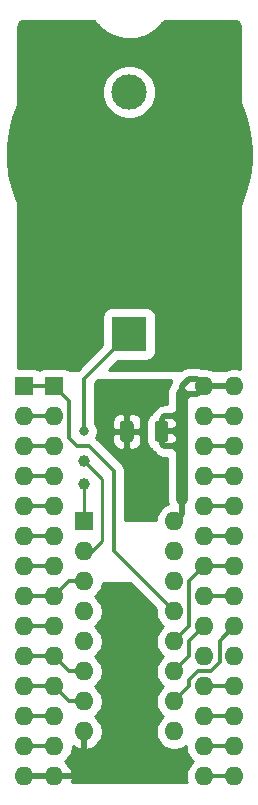
<source format=gtl>
%TF.GenerationSoftware,KiCad,Pcbnew,(5.1.9)-1*%
%TF.CreationDate,2021-05-05T16:27:44+08:00*%
%TF.ProjectId,SmartWatchRedux-E,536d6172-7457-4617-9463-685265647578,rev?*%
%TF.SameCoordinates,Original*%
%TF.FileFunction,Copper,L1,Top*%
%TF.FilePolarity,Positive*%
%FSLAX46Y46*%
G04 Gerber Fmt 4.6, Leading zero omitted, Abs format (unit mm)*
G04 Created by KiCad (PCBNEW (5.1.9)-1) date 2021-05-05 16:27:44*
%MOMM*%
%LPD*%
G01*
G04 APERTURE LIST*
%TA.AperFunction,ComponentPad*%
%ADD10R,3.000000X3.000000*%
%TD*%
%TA.AperFunction,ComponentPad*%
%ADD11C,3.000000*%
%TD*%
%TA.AperFunction,ComponentPad*%
%ADD12O,1.600000X1.600000*%
%TD*%
%TA.AperFunction,ComponentPad*%
%ADD13R,1.600000X1.600000*%
%TD*%
%TA.AperFunction,ComponentPad*%
%ADD14C,1.000000*%
%TD*%
%TA.AperFunction,ViaPad*%
%ADD15C,0.800000*%
%TD*%
%TA.AperFunction,Conductor*%
%ADD16C,0.350000*%
%TD*%
%TA.AperFunction,Conductor*%
%ADD17C,0.500000*%
%TD*%
%TA.AperFunction,Conductor*%
%ADD18C,1.000000*%
%TD*%
%TA.AperFunction,Conductor*%
%ADD19C,0.250000*%
%TD*%
%TA.AperFunction,Conductor*%
%ADD20C,0.254000*%
%TD*%
%TA.AperFunction,Conductor*%
%ADD21C,0.100000*%
%TD*%
G04 APERTURE END LIST*
%TO.P,C1,2*%
%TO.N,GND*%
%TA.AperFunction,SMDPad,CuDef*%
G36*
G01*
X117210000Y-66659999D02*
X117210000Y-67960001D01*
G75*
G02*
X116960001Y-68210000I-249999J0D01*
G01*
X116309999Y-68210000D01*
G75*
G02*
X116060000Y-67960001I0J249999D01*
G01*
X116060000Y-66659999D01*
G75*
G02*
X116309999Y-66410000I249999J0D01*
G01*
X116960001Y-66410000D01*
G75*
G02*
X117210000Y-66659999I0J-249999D01*
G01*
G37*
%TD.AperFunction*%
%TO.P,C1,1*%
%TO.N,VCC*%
%TA.AperFunction,SMDPad,CuDef*%
G36*
G01*
X120160000Y-66659999D02*
X120160000Y-67960001D01*
G75*
G02*
X119910001Y-68210000I-249999J0D01*
G01*
X119259999Y-68210000D01*
G75*
G02*
X119010000Y-67960001I0J249999D01*
G01*
X119010000Y-66659999D01*
G75*
G02*
X119259999Y-66410000I249999J0D01*
G01*
X119910001Y-66410000D01*
G75*
G02*
X120160000Y-66659999I0J-249999D01*
G01*
G37*
%TD.AperFunction*%
%TD*%
D10*
%TO.P,BAT1,1*%
%TO.N,Net-(BAT1-Pad1)*%
X116840000Y-59055000D03*
D11*
%TO.P,BAT1,2*%
%TO.N,GND*%
X116840000Y-38565000D03*
%TD*%
D12*
%TO.P,CN1,28*%
%TO.N,VCC*%
X123190000Y-63500000D03*
%TO.P,CN1,14*%
%TO.N,GND*%
X107950000Y-96520000D03*
%TO.P,CN1,27*%
%TO.N,Net-(CN1-Pad27)*%
X123190000Y-66040000D03*
%TO.P,CN1,13*%
%TO.N,Net-(CN1-Pad13)*%
X107950000Y-93980000D03*
%TO.P,CN1,26*%
%TO.N,Net-(CN1-Pad26)*%
X123190000Y-68580000D03*
%TO.P,CN1,12*%
%TO.N,Net-(CN1-Pad12)*%
X107950000Y-91440000D03*
%TO.P,CN1,25*%
%TO.N,Net-(CN1-Pad25)*%
X123190000Y-71120000D03*
%TO.P,CN1,11*%
%TO.N,Net-(CN1-Pad11)*%
X107950000Y-88900000D03*
%TO.P,CN1,24*%
%TO.N,Net-(CN1-Pad24)*%
X123190000Y-73660000D03*
%TO.P,CN1,10*%
%TO.N,Net-(CN1-Pad10)*%
X107950000Y-86360000D03*
%TO.P,CN1,23*%
%TO.N,Net-(CN1-Pad23)*%
X123190000Y-76200000D03*
%TO.P,CN1,9*%
%TO.N,Net-(CN1-Pad9)*%
X107950000Y-83820000D03*
%TO.P,CN1,22*%
%TO.N,Net-(CN1-Pad22)*%
X123190000Y-78740000D03*
%TO.P,CN1,8*%
%TO.N,Net-(CN1-Pad8)*%
X107950000Y-81280000D03*
%TO.P,CN1,21*%
%TO.N,Net-(CN1-Pad21)*%
X123190000Y-81280000D03*
%TO.P,CN1,7*%
%TO.N,Net-(CN1-Pad7)*%
X107950000Y-78740000D03*
%TO.P,CN1,20*%
%TO.N,Net-(CN1-Pad20)*%
X123190000Y-83820000D03*
%TO.P,CN1,6*%
%TO.N,Net-(CN1-Pad6)*%
X107950000Y-76200000D03*
%TO.P,CN1,19*%
%TO.N,Net-(CN1-Pad19)*%
X123190000Y-86360000D03*
%TO.P,CN1,5*%
%TO.N,Net-(CN1-Pad5)*%
X107950000Y-73660000D03*
%TO.P,CN1,18*%
%TO.N,Net-(CN1-Pad18)*%
X123190000Y-88900000D03*
%TO.P,CN1,4*%
%TO.N,Net-(CN1-Pad4)*%
X107950000Y-71120000D03*
%TO.P,CN1,17*%
%TO.N,Net-(CN1-Pad17)*%
X123190000Y-91440000D03*
%TO.P,CN1,3*%
%TO.N,Net-(CN1-Pad3)*%
X107950000Y-68580000D03*
%TO.P,CN1,16*%
%TO.N,Net-(CN1-Pad16)*%
X123190000Y-93980000D03*
%TO.P,CN1,2*%
%TO.N,Net-(CN1-Pad2)*%
X107950000Y-66040000D03*
%TO.P,CN1,15*%
%TO.N,Net-(CN1-Pad15)*%
X123190000Y-96520000D03*
D13*
%TO.P,CN1,1*%
%TO.N,Net-(CN1-Pad1)*%
X107950000Y-63500000D03*
%TD*%
D14*
%TO.P,Y1,1*%
%TO.N,/XTAL1*%
X113030000Y-71755000D03*
%TO.P,Y1,2*%
%TO.N,/XTAL2*%
X113030000Y-69855000D03*
%TD*%
D12*
%TO.P,U1,28*%
%TO.N,VCC*%
X125730000Y-63500000D03*
%TO.P,U1,14*%
%TO.N,GND*%
X110490000Y-96520000D03*
%TO.P,U1,27*%
%TO.N,Net-(CN1-Pad27)*%
X125730000Y-66040000D03*
%TO.P,U1,13*%
%TO.N,Net-(CN1-Pad13)*%
X110490000Y-93980000D03*
%TO.P,U1,26*%
%TO.N,Net-(CN1-Pad26)*%
X125730000Y-68580000D03*
%TO.P,U1,12*%
%TO.N,Net-(CN1-Pad12)*%
X110490000Y-91440000D03*
%TO.P,U1,25*%
%TO.N,Net-(CN1-Pad25)*%
X125730000Y-71120000D03*
%TO.P,U1,11*%
%TO.N,Net-(CN1-Pad11)*%
X110490000Y-88900000D03*
%TO.P,U1,24*%
%TO.N,Net-(CN1-Pad24)*%
X125730000Y-73660000D03*
%TO.P,U1,10*%
%TO.N,Net-(CN1-Pad10)*%
X110490000Y-86360000D03*
%TO.P,U1,23*%
%TO.N,Net-(CN1-Pad23)*%
X125730000Y-76200000D03*
%TO.P,U1,9*%
%TO.N,Net-(CN1-Pad9)*%
X110490000Y-83820000D03*
%TO.P,U1,22*%
%TO.N,Net-(CN1-Pad22)*%
X125730000Y-78740000D03*
%TO.P,U1,8*%
%TO.N,Net-(CN1-Pad8)*%
X110490000Y-81280000D03*
%TO.P,U1,21*%
%TO.N,Net-(CN1-Pad21)*%
X125730000Y-81280000D03*
%TO.P,U1,7*%
%TO.N,Net-(CN1-Pad7)*%
X110490000Y-78740000D03*
%TO.P,U1,20*%
%TO.N,Net-(U1-Pad20)*%
X125730000Y-83820000D03*
%TO.P,U1,6*%
%TO.N,Net-(CN1-Pad6)*%
X110490000Y-76200000D03*
%TO.P,U1,19*%
%TO.N,Net-(CN1-Pad19)*%
X125730000Y-86360000D03*
%TO.P,U1,5*%
%TO.N,Net-(CN1-Pad5)*%
X110490000Y-73660000D03*
%TO.P,U1,18*%
%TO.N,Net-(CN1-Pad18)*%
X125730000Y-88900000D03*
%TO.P,U1,4*%
%TO.N,Net-(CN1-Pad4)*%
X110490000Y-71120000D03*
%TO.P,U1,17*%
%TO.N,Net-(CN1-Pad17)*%
X125730000Y-91440000D03*
%TO.P,U1,3*%
%TO.N,Net-(CN1-Pad3)*%
X110490000Y-68580000D03*
%TO.P,U1,16*%
%TO.N,Net-(CN1-Pad16)*%
X125730000Y-93980000D03*
%TO.P,U1,2*%
%TO.N,Net-(CN1-Pad2)*%
X110490000Y-66040000D03*
%TO.P,U1,15*%
%TO.N,Net-(CN1-Pad15)*%
X125730000Y-96520000D03*
D13*
%TO.P,U1,1*%
%TO.N,Net-(CN1-Pad1)*%
X110490000Y-63500000D03*
%TD*%
D12*
%TO.P,U2,16*%
%TO.N,VCC*%
X120650000Y-74930000D03*
%TO.P,U2,8*%
%TO.N,GND*%
X113030000Y-92710000D03*
%TO.P,U2,15*%
%TO.N,Net-(U2-Pad15)*%
X120650000Y-77470000D03*
%TO.P,U2,7*%
%TO.N,Net-(CN1-Pad11)*%
X113030000Y-90170000D03*
%TO.P,U2,14*%
%TO.N,GND*%
X120650000Y-80010000D03*
%TO.P,U2,6*%
%TO.N,Net-(CN1-Pad10)*%
X113030000Y-87630000D03*
%TO.P,U2,13*%
%TO.N,Net-(CN1-Pad1)*%
X120650000Y-82550000D03*
%TO.P,U2,5*%
%TO.N,GND*%
X113030000Y-85090000D03*
%TO.P,U2,12*%
%TO.N,Net-(CN1-Pad22)*%
X120650000Y-85090000D03*
%TO.P,U2,4*%
%TO.N,Net-(BAT1-Pad1)*%
X113030000Y-82550000D03*
%TO.P,U2,11*%
%TO.N,Net-(CN1-Pad20)*%
X120650000Y-87630000D03*
%TO.P,U2,3*%
%TO.N,Net-(CN1-Pad8)*%
X113030000Y-80010000D03*
%TO.P,U2,10*%
%TO.N,Net-(U1-Pad20)*%
X120650000Y-90170000D03*
%TO.P,U2,2*%
%TO.N,/XTAL2*%
X113030000Y-77470000D03*
%TO.P,U2,9*%
%TO.N,Net-(U2-Pad15)*%
X120650000Y-92710000D03*
D13*
%TO.P,U2,1*%
%TO.N,/XTAL1*%
X113030000Y-74930000D03*
%TD*%
D15*
%TO.N,Net-(BAT1-Pad1)*%
X113030000Y-67310000D03*
%TO.N,GND*%
X114935000Y-64770000D03*
X116840000Y-64770000D03*
X118745000Y-64770000D03*
X112395000Y-96520000D03*
X114300000Y-96520000D03*
X116840000Y-73660000D03*
X118745000Y-73660000D03*
X114935000Y-67310000D03*
X116840000Y-42926000D03*
X116840000Y-54356000D03*
X113030000Y-94615000D03*
%TO.N,VCC*%
X121285000Y-73025000D03*
%TD*%
D16*
%TO.N,Net-(BAT1-Pad1)*%
X113030000Y-62865000D02*
X116840000Y-59055000D01*
X113030000Y-67310000D02*
X113030000Y-62865000D01*
D17*
%TO.N,GND*%
X107950000Y-96520000D02*
X110490000Y-96520000D01*
X114935000Y-64770000D02*
X116840000Y-64770000D01*
X116840000Y-64770000D02*
X118745000Y-64770000D01*
X110490000Y-96520000D02*
X112395000Y-96520000D01*
X112395000Y-96520000D02*
X114300000Y-96520000D01*
X116840000Y-69850000D02*
X116840000Y-73660000D01*
X116840000Y-73660000D02*
X118745000Y-73660000D01*
X114935000Y-64770000D02*
X114935000Y-67310000D01*
X113030000Y-92710000D02*
X113030000Y-94615000D01*
X116635000Y-64975000D02*
X116840000Y-64770000D01*
X116635000Y-67310000D02*
X116635000Y-64975000D01*
X116635000Y-69645000D02*
X116840000Y-69850000D01*
X116635000Y-67310000D02*
X116635000Y-69645000D01*
%TO.N,VCC*%
X123190000Y-63500000D02*
X125730000Y-63500000D01*
X121285000Y-63500000D02*
X121285000Y-64135000D01*
X122555000Y-64135000D02*
X123190000Y-63500000D01*
X123190000Y-63500000D02*
X122555000Y-62865000D01*
X122555000Y-62865000D02*
X121920000Y-62865000D01*
X121920000Y-62865000D02*
X121285000Y-63500000D01*
X120650000Y-66040000D02*
X121285000Y-65405000D01*
D18*
X121285000Y-66040000D02*
X121285000Y-65405000D01*
D17*
X120650000Y-66040000D02*
X121285000Y-66040000D01*
X120650000Y-66040000D02*
X121285000Y-66675000D01*
D18*
X121285000Y-66675000D02*
X121285000Y-66040000D01*
X121285000Y-67310000D02*
X121285000Y-66675000D01*
X121285000Y-67945000D02*
X121285000Y-67310000D01*
X121285000Y-68580000D02*
X121285000Y-67945000D01*
D17*
X120650000Y-67310000D02*
X121285000Y-67945000D01*
X120650000Y-67310000D02*
X121285000Y-67310000D01*
X120650000Y-67310000D02*
X121285000Y-66675000D01*
X120650000Y-68580000D02*
X121285000Y-67945000D01*
X120650000Y-68580000D02*
X121285000Y-68580000D01*
X120650000Y-68580000D02*
X121285000Y-69215000D01*
D18*
X121285000Y-69215000D02*
X121285000Y-68580000D01*
X121285000Y-73025000D02*
X121285000Y-69215000D01*
D17*
X121285000Y-74295000D02*
X120650000Y-74930000D01*
X121285000Y-73025000D02*
X121285000Y-74295000D01*
X121920000Y-64135000D02*
X121285000Y-64770000D01*
D18*
X121285000Y-64770000D02*
X121285000Y-64135000D01*
X121285000Y-65405000D02*
X121285000Y-64770000D01*
D17*
X121285000Y-64135000D02*
X121920000Y-64135000D01*
X121920000Y-64135000D02*
X122555000Y-64135000D01*
X121285000Y-67310000D02*
X119585000Y-67310000D01*
X119585000Y-68340500D02*
X119585000Y-67310000D01*
X119824500Y-68580000D02*
X119585000Y-68340500D01*
X120650000Y-68580000D02*
X119824500Y-68580000D01*
X119585000Y-66279500D02*
X119585000Y-67310000D01*
X119824500Y-66040000D02*
X119585000Y-66279500D01*
X120650000Y-66040000D02*
X119824500Y-66040000D01*
D16*
%TO.N,Net-(CN1-Pad27)*%
X123190000Y-66040000D02*
X125730000Y-66040000D01*
%TO.N,Net-(CN1-Pad13)*%
X110490000Y-93980000D02*
X107950000Y-93980000D01*
%TO.N,Net-(CN1-Pad26)*%
X125730000Y-68580000D02*
X123190000Y-68580000D01*
%TO.N,Net-(CN1-Pad12)*%
X107950000Y-91440000D02*
X110490000Y-91440000D01*
%TO.N,Net-(CN1-Pad25)*%
X123190000Y-71120000D02*
X125730000Y-71120000D01*
%TO.N,Net-(CN1-Pad11)*%
X110490000Y-88900000D02*
X107950000Y-88900000D01*
X111760000Y-90170000D02*
X110490000Y-88900000D01*
X113030000Y-90170000D02*
X111760000Y-90170000D01*
%TO.N,Net-(CN1-Pad24)*%
X125730000Y-73660000D02*
X123190000Y-73660000D01*
%TO.N,Net-(CN1-Pad10)*%
X107950000Y-86360000D02*
X110490000Y-86360000D01*
X111760000Y-87630000D02*
X110490000Y-86360000D01*
X113030000Y-87630000D02*
X111760000Y-87630000D01*
%TO.N,Net-(CN1-Pad23)*%
X123190000Y-76200000D02*
X125730000Y-76200000D01*
%TO.N,Net-(CN1-Pad9)*%
X110490000Y-83820000D02*
X107950000Y-83820000D01*
%TO.N,Net-(CN1-Pad22)*%
X125730000Y-78740000D02*
X123190000Y-78740000D01*
X121920000Y-80010000D02*
X123190000Y-78740000D01*
X121920000Y-83820000D02*
X121920000Y-80010000D01*
X120650000Y-85090000D02*
X121920000Y-83820000D01*
%TO.N,Net-(CN1-Pad8)*%
X107950000Y-81280000D02*
X110490000Y-81280000D01*
X111760000Y-80010000D02*
X110490000Y-81280000D01*
X113030000Y-80010000D02*
X111760000Y-80010000D01*
%TO.N,Net-(CN1-Pad21)*%
X125730000Y-81280000D02*
X123190000Y-81280000D01*
%TO.N,Net-(CN1-Pad7)*%
X110490000Y-78740000D02*
X107950000Y-78740000D01*
%TO.N,Net-(CN1-Pad20)*%
X121920000Y-85090000D02*
X123190000Y-83820000D01*
X121920000Y-86360000D02*
X121920000Y-85090000D01*
X120650000Y-87630000D02*
X121920000Y-86360000D01*
%TO.N,Net-(CN1-Pad6)*%
X107950000Y-76200000D02*
X110490000Y-76200000D01*
%TO.N,Net-(CN1-Pad5)*%
X110490000Y-73660000D02*
X107950000Y-73660000D01*
%TO.N,Net-(CN1-Pad18)*%
X125730000Y-88900000D02*
X123190000Y-88900000D01*
%TO.N,Net-(CN1-Pad4)*%
X107950000Y-71120000D02*
X110490000Y-71120000D01*
%TO.N,Net-(CN1-Pad17)*%
X123190000Y-91440000D02*
X125730000Y-91440000D01*
%TO.N,Net-(CN1-Pad3)*%
X110490000Y-68580000D02*
X107950000Y-68580000D01*
%TO.N,Net-(CN1-Pad16)*%
X125730000Y-93980000D02*
X123190000Y-93980000D01*
%TO.N,Net-(CN1-Pad2)*%
X107950000Y-66040000D02*
X110490000Y-66040000D01*
%TO.N,Net-(CN1-Pad15)*%
X123190000Y-96520000D02*
X125730000Y-96520000D01*
%TO.N,Net-(CN1-Pad1)*%
X110490000Y-63500000D02*
X107950000Y-63500000D01*
X115570000Y-77470000D02*
X120650000Y-82550000D01*
X113474500Y-68580000D02*
X115570000Y-70675500D01*
X111715001Y-67900001D02*
X112395000Y-68580000D01*
X112395000Y-68580000D02*
X113474500Y-68580000D01*
X111715001Y-64725001D02*
X111715001Y-67900001D01*
X115570000Y-70675500D02*
X115570000Y-77470000D01*
X110490000Y-63500000D02*
X111715001Y-64725001D01*
%TO.N,Net-(U1-Pad20)*%
X124504999Y-85045001D02*
X125730000Y-83820000D01*
X123733002Y-87630000D02*
X124504999Y-86858003D01*
X124504999Y-86858003D02*
X124504999Y-85045001D01*
X121920000Y-88401997D02*
X121920000Y-88900000D01*
X120650000Y-90170000D02*
X121920000Y-88900000D01*
X122691997Y-87630000D02*
X123733002Y-87630000D01*
X121920000Y-88401997D02*
X122691997Y-87630000D01*
D19*
%TO.N,/XTAL2*%
X113665000Y-77470000D02*
X113030000Y-77470000D01*
X114554000Y-76581000D02*
X113665000Y-77470000D01*
X114554000Y-71379000D02*
X114554000Y-76581000D01*
X113030000Y-69855000D02*
X114554000Y-71379000D01*
%TO.N,/XTAL1*%
X113030000Y-71755000D02*
X113030000Y-74930000D01*
%TD*%
D20*
%TO.N,GND*%
X120345511Y-63110852D02*
X120287643Y-63301614D01*
X120280999Y-63369078D01*
X120230608Y-63430478D01*
X120113423Y-63649717D01*
X120041260Y-63887605D01*
X120023000Y-64073004D01*
X120023000Y-65028000D01*
X119874200Y-65028000D01*
X119824499Y-65023105D01*
X119774798Y-65028000D01*
X119774789Y-65028000D01*
X119626113Y-65042643D01*
X119435351Y-65100511D01*
X119259543Y-65194482D01*
X119105446Y-65320946D01*
X119073754Y-65359562D01*
X118904559Y-65528757D01*
X118865946Y-65560446D01*
X118834258Y-65599058D01*
X118834257Y-65599059D01*
X118816572Y-65620608D01*
X118739482Y-65714543D01*
X118677564Y-65830384D01*
X118541801Y-65941801D01*
X118415488Y-66095715D01*
X118321628Y-66271313D01*
X118263830Y-66461849D01*
X118244314Y-66659999D01*
X118244314Y-67960001D01*
X118263830Y-68158151D01*
X118321628Y-68348687D01*
X118415488Y-68524285D01*
X118541801Y-68678199D01*
X118677564Y-68789616D01*
X118739482Y-68905457D01*
X118865946Y-69059554D01*
X118904559Y-69091243D01*
X119073754Y-69260438D01*
X119105446Y-69299054D01*
X119259543Y-69425518D01*
X119435351Y-69519489D01*
X119626113Y-69577357D01*
X119774789Y-69592000D01*
X119774798Y-69592000D01*
X119824499Y-69596895D01*
X119874200Y-69592000D01*
X120023001Y-69592000D01*
X120023000Y-73086995D01*
X120041260Y-73272394D01*
X120100293Y-73466999D01*
X119910115Y-73545773D01*
X119654283Y-73716715D01*
X119436715Y-73934283D01*
X119265773Y-74190115D01*
X119148027Y-74474381D01*
X119088000Y-74776156D01*
X119088000Y-74803000D01*
X116507000Y-74803000D01*
X116507000Y-70721517D01*
X116511532Y-70675500D01*
X116507000Y-70629483D01*
X116507000Y-70629475D01*
X116493442Y-70491816D01*
X116439863Y-70315191D01*
X116352856Y-70152412D01*
X116235764Y-70009736D01*
X116200018Y-69980400D01*
X114429618Y-68210000D01*
X115421928Y-68210000D01*
X115434188Y-68334482D01*
X115470498Y-68454180D01*
X115529463Y-68564494D01*
X115608815Y-68661185D01*
X115705506Y-68740537D01*
X115815820Y-68799502D01*
X115935518Y-68835812D01*
X116060000Y-68848072D01*
X116349250Y-68845000D01*
X116508000Y-68686250D01*
X116508000Y-67437000D01*
X116762000Y-67437000D01*
X116762000Y-68686250D01*
X116920750Y-68845000D01*
X117210000Y-68848072D01*
X117334482Y-68835812D01*
X117454180Y-68799502D01*
X117564494Y-68740537D01*
X117661185Y-68661185D01*
X117740537Y-68564494D01*
X117799502Y-68454180D01*
X117835812Y-68334482D01*
X117848072Y-68210000D01*
X117845000Y-67595750D01*
X117686250Y-67437000D01*
X116762000Y-67437000D01*
X116508000Y-67437000D01*
X115583750Y-67437000D01*
X115425000Y-67595750D01*
X115421928Y-68210000D01*
X114429618Y-68210000D01*
X114169606Y-67949988D01*
X114140264Y-67914236D01*
X114063539Y-67851269D01*
X114147345Y-67648943D01*
X114192000Y-67424447D01*
X114192000Y-67195553D01*
X114147345Y-66971057D01*
X114059751Y-66759587D01*
X113967000Y-66620775D01*
X113967000Y-66410000D01*
X115421928Y-66410000D01*
X115425000Y-67024250D01*
X115583750Y-67183000D01*
X116508000Y-67183000D01*
X116508000Y-65933750D01*
X116762000Y-65933750D01*
X116762000Y-67183000D01*
X117686250Y-67183000D01*
X117845000Y-67024250D01*
X117848072Y-66410000D01*
X117835812Y-66285518D01*
X117799502Y-66165820D01*
X117740537Y-66055506D01*
X117661185Y-65958815D01*
X117564494Y-65879463D01*
X117454180Y-65820498D01*
X117334482Y-65784188D01*
X117210000Y-65771928D01*
X116920750Y-65775000D01*
X116762000Y-65933750D01*
X116508000Y-65933750D01*
X116349250Y-65775000D01*
X116060000Y-65771928D01*
X115935518Y-65784188D01*
X115815820Y-65820498D01*
X115705506Y-65879463D01*
X115608815Y-65958815D01*
X115529463Y-66055506D01*
X115470498Y-66165820D01*
X115434188Y-66285518D01*
X115421928Y-66410000D01*
X113967000Y-66410000D01*
X113967000Y-63253117D01*
X114228117Y-62992000D01*
X120409038Y-62992000D01*
X120345511Y-63110852D01*
%TA.AperFunction,Conductor*%
D21*
G36*
X120345511Y-63110852D02*
G01*
X120287643Y-63301614D01*
X120280999Y-63369078D01*
X120230608Y-63430478D01*
X120113423Y-63649717D01*
X120041260Y-63887605D01*
X120023000Y-64073004D01*
X120023000Y-65028000D01*
X119874200Y-65028000D01*
X119824499Y-65023105D01*
X119774798Y-65028000D01*
X119774789Y-65028000D01*
X119626113Y-65042643D01*
X119435351Y-65100511D01*
X119259543Y-65194482D01*
X119105446Y-65320946D01*
X119073754Y-65359562D01*
X118904559Y-65528757D01*
X118865946Y-65560446D01*
X118834258Y-65599058D01*
X118834257Y-65599059D01*
X118816572Y-65620608D01*
X118739482Y-65714543D01*
X118677564Y-65830384D01*
X118541801Y-65941801D01*
X118415488Y-66095715D01*
X118321628Y-66271313D01*
X118263830Y-66461849D01*
X118244314Y-66659999D01*
X118244314Y-67960001D01*
X118263830Y-68158151D01*
X118321628Y-68348687D01*
X118415488Y-68524285D01*
X118541801Y-68678199D01*
X118677564Y-68789616D01*
X118739482Y-68905457D01*
X118865946Y-69059554D01*
X118904559Y-69091243D01*
X119073754Y-69260438D01*
X119105446Y-69299054D01*
X119259543Y-69425518D01*
X119435351Y-69519489D01*
X119626113Y-69577357D01*
X119774789Y-69592000D01*
X119774798Y-69592000D01*
X119824499Y-69596895D01*
X119874200Y-69592000D01*
X120023001Y-69592000D01*
X120023000Y-73086995D01*
X120041260Y-73272394D01*
X120100293Y-73466999D01*
X119910115Y-73545773D01*
X119654283Y-73716715D01*
X119436715Y-73934283D01*
X119265773Y-74190115D01*
X119148027Y-74474381D01*
X119088000Y-74776156D01*
X119088000Y-74803000D01*
X116507000Y-74803000D01*
X116507000Y-70721517D01*
X116511532Y-70675500D01*
X116507000Y-70629483D01*
X116507000Y-70629475D01*
X116493442Y-70491816D01*
X116439863Y-70315191D01*
X116352856Y-70152412D01*
X116235764Y-70009736D01*
X116200018Y-69980400D01*
X114429618Y-68210000D01*
X115421928Y-68210000D01*
X115434188Y-68334482D01*
X115470498Y-68454180D01*
X115529463Y-68564494D01*
X115608815Y-68661185D01*
X115705506Y-68740537D01*
X115815820Y-68799502D01*
X115935518Y-68835812D01*
X116060000Y-68848072D01*
X116349250Y-68845000D01*
X116508000Y-68686250D01*
X116508000Y-67437000D01*
X116762000Y-67437000D01*
X116762000Y-68686250D01*
X116920750Y-68845000D01*
X117210000Y-68848072D01*
X117334482Y-68835812D01*
X117454180Y-68799502D01*
X117564494Y-68740537D01*
X117661185Y-68661185D01*
X117740537Y-68564494D01*
X117799502Y-68454180D01*
X117835812Y-68334482D01*
X117848072Y-68210000D01*
X117845000Y-67595750D01*
X117686250Y-67437000D01*
X116762000Y-67437000D01*
X116508000Y-67437000D01*
X115583750Y-67437000D01*
X115425000Y-67595750D01*
X115421928Y-68210000D01*
X114429618Y-68210000D01*
X114169606Y-67949988D01*
X114140264Y-67914236D01*
X114063539Y-67851269D01*
X114147345Y-67648943D01*
X114192000Y-67424447D01*
X114192000Y-67195553D01*
X114147345Y-66971057D01*
X114059751Y-66759587D01*
X113967000Y-66620775D01*
X113967000Y-66410000D01*
X115421928Y-66410000D01*
X115425000Y-67024250D01*
X115583750Y-67183000D01*
X116508000Y-67183000D01*
X116508000Y-65933750D01*
X116762000Y-65933750D01*
X116762000Y-67183000D01*
X117686250Y-67183000D01*
X117845000Y-67024250D01*
X117848072Y-66410000D01*
X117835812Y-66285518D01*
X117799502Y-66165820D01*
X117740537Y-66055506D01*
X117661185Y-65958815D01*
X117564494Y-65879463D01*
X117454180Y-65820498D01*
X117334482Y-65784188D01*
X117210000Y-65771928D01*
X116920750Y-65775000D01*
X116762000Y-65933750D01*
X116508000Y-65933750D01*
X116349250Y-65775000D01*
X116060000Y-65771928D01*
X115935518Y-65784188D01*
X115815820Y-65820498D01*
X115705506Y-65879463D01*
X115608815Y-65958815D01*
X115529463Y-66055506D01*
X115470498Y-66165820D01*
X115434188Y-66285518D01*
X115421928Y-66410000D01*
X113967000Y-66410000D01*
X113967000Y-63253117D01*
X114228117Y-62992000D01*
X120409038Y-62992000D01*
X120345511Y-63110852D01*
G37*
%TD.AperFunction*%
%TD*%
D20*
%TO.N,GND*%
X114072949Y-32820046D02*
X114120178Y-32873552D01*
X114166607Y-32927654D01*
X114174588Y-32935193D01*
X114174593Y-32935198D01*
X114174598Y-32935202D01*
X114580166Y-33312937D01*
X114636876Y-33356241D01*
X114692939Y-33400302D01*
X114702238Y-33406151D01*
X114702241Y-33406153D01*
X114702244Y-33406154D01*
X115173457Y-33697921D01*
X115237488Y-33729380D01*
X115301052Y-33761719D01*
X115311308Y-33765649D01*
X115311312Y-33765651D01*
X115311315Y-33765652D01*
X115830227Y-33960336D01*
X115899132Y-33978755D01*
X115967784Y-33998136D01*
X115978610Y-34000000D01*
X115978614Y-34000000D01*
X116525459Y-34090187D01*
X116596713Y-34094876D01*
X116667737Y-34100547D01*
X116678712Y-34100272D01*
X116678723Y-34100273D01*
X116678733Y-34100272D01*
X117232671Y-34082526D01*
X117303418Y-34073294D01*
X117374254Y-34065054D01*
X117384969Y-34062653D01*
X117384975Y-34062652D01*
X117384980Y-34062650D01*
X117924928Y-33937646D01*
X117992523Y-33914852D01*
X118060420Y-33893007D01*
X118070471Y-33888567D01*
X118575860Y-33661065D01*
X118637787Y-33625549D01*
X118700100Y-33590959D01*
X118709093Y-33584655D01*
X118709098Y-33584652D01*
X118709102Y-33584648D01*
X119160672Y-33263320D01*
X119214498Y-33216472D01*
X119268931Y-33170416D01*
X119276532Y-33162480D01*
X119657091Y-32759557D01*
X119700769Y-32703177D01*
X119745242Y-32647397D01*
X119751156Y-32638136D01*
X119814759Y-32537000D01*
X125691509Y-32537000D01*
X125823081Y-32549901D01*
X125912620Y-32576935D01*
X125995200Y-32620843D01*
X126067678Y-32679954D01*
X126127297Y-32752021D01*
X126171780Y-32834290D01*
X126199438Y-32923640D01*
X126213001Y-33052684D01*
X126212999Y-39408653D01*
X126224387Y-39524278D01*
X126269389Y-39672628D01*
X126280157Y-39692773D01*
X126705363Y-40849735D01*
X126990150Y-42056406D01*
X127127907Y-43288545D01*
X127116641Y-44528319D01*
X126956515Y-45757760D01*
X126648962Y-46962526D01*
X126281852Y-47934055D01*
X126269389Y-47957371D01*
X126224387Y-48105721D01*
X126212999Y-48221346D01*
X126213001Y-49491346D01*
X126213001Y-62009369D01*
X126185619Y-61998027D01*
X125883844Y-61938000D01*
X125576156Y-61938000D01*
X125274381Y-61998027D01*
X125020952Y-62103000D01*
X123899048Y-62103000D01*
X123645619Y-61998027D01*
X123343844Y-61938000D01*
X123036156Y-61938000D01*
X122986131Y-61947951D01*
X122944149Y-61925511D01*
X122753387Y-61867643D01*
X122604711Y-61853000D01*
X122604701Y-61853000D01*
X122555000Y-61848105D01*
X122505299Y-61853000D01*
X121969708Y-61853000D01*
X121920000Y-61848104D01*
X121870292Y-61853000D01*
X121870289Y-61853000D01*
X121721613Y-61867643D01*
X121530851Y-61925511D01*
X121355043Y-62019482D01*
X121253276Y-62103000D01*
X115117118Y-62103000D01*
X115899432Y-61320686D01*
X118340000Y-61320686D01*
X118489378Y-61305974D01*
X118633015Y-61262402D01*
X118765392Y-61191645D01*
X118881422Y-61096422D01*
X118976645Y-60980392D01*
X119047402Y-60848015D01*
X119090974Y-60704378D01*
X119105686Y-60555000D01*
X119105686Y-57555000D01*
X119090974Y-57405622D01*
X119047402Y-57261985D01*
X118976645Y-57129608D01*
X118881422Y-57013578D01*
X118765392Y-56918355D01*
X118633015Y-56847598D01*
X118489378Y-56804026D01*
X118340000Y-56789314D01*
X115340000Y-56789314D01*
X115190622Y-56804026D01*
X115046985Y-56847598D01*
X114914608Y-56918355D01*
X114798578Y-57013578D01*
X114703355Y-57129608D01*
X114632598Y-57261985D01*
X114589026Y-57405622D01*
X114574314Y-57555000D01*
X114574314Y-59995568D01*
X112466883Y-62103000D01*
X111763700Y-62103000D01*
X111715392Y-62063355D01*
X111583015Y-61992598D01*
X111439378Y-61949026D01*
X111290000Y-61934314D01*
X109690000Y-61934314D01*
X109540622Y-61949026D01*
X109396985Y-61992598D01*
X109264608Y-62063355D01*
X109220000Y-62099964D01*
X109175392Y-62063355D01*
X109043015Y-61992598D01*
X108899378Y-61949026D01*
X108750000Y-61934314D01*
X107467000Y-61934314D01*
X107467000Y-49491346D01*
X107466999Y-49491337D01*
X107467001Y-48221347D01*
X107455613Y-48105722D01*
X107410611Y-47957372D01*
X107399843Y-47937227D01*
X106974637Y-46780265D01*
X106689850Y-45573594D01*
X106552093Y-44341456D01*
X106563359Y-43101681D01*
X106723485Y-41872241D01*
X107031038Y-40667474D01*
X107398152Y-39695939D01*
X107410611Y-39672629D01*
X107455613Y-39524279D01*
X107467001Y-39408654D01*
X107467001Y-38342212D01*
X114578000Y-38342212D01*
X114578000Y-38787788D01*
X114664927Y-39224801D01*
X114835441Y-39636459D01*
X115082990Y-40006941D01*
X115398059Y-40322010D01*
X115768541Y-40569559D01*
X116180199Y-40740073D01*
X116617212Y-40827000D01*
X117062788Y-40827000D01*
X117499801Y-40740073D01*
X117911459Y-40569559D01*
X118281941Y-40322010D01*
X118597010Y-40006941D01*
X118844559Y-39636459D01*
X119015073Y-39224801D01*
X119102000Y-38787788D01*
X119102000Y-38342212D01*
X119015073Y-37905199D01*
X118844559Y-37493541D01*
X118597010Y-37123059D01*
X118281941Y-36807990D01*
X117911459Y-36560441D01*
X117499801Y-36389927D01*
X117062788Y-36303000D01*
X116617212Y-36303000D01*
X116180199Y-36389927D01*
X115768541Y-36560441D01*
X115398059Y-36807990D01*
X115082990Y-37123059D01*
X114835441Y-37493541D01*
X114664927Y-37905199D01*
X114578000Y-38342212D01*
X107467001Y-38342212D01*
X107466999Y-33058501D01*
X107479901Y-32926919D01*
X107506935Y-32837380D01*
X107550843Y-32754800D01*
X107609954Y-32682322D01*
X107682021Y-32622703D01*
X107764290Y-32578220D01*
X107853640Y-32550562D01*
X107982675Y-32537000D01*
X113868547Y-32537000D01*
X114072949Y-32820046D01*
%TA.AperFunction,Conductor*%
D21*
G36*
X114072949Y-32820046D02*
G01*
X114120178Y-32873552D01*
X114166607Y-32927654D01*
X114174588Y-32935193D01*
X114174593Y-32935198D01*
X114174598Y-32935202D01*
X114580166Y-33312937D01*
X114636876Y-33356241D01*
X114692939Y-33400302D01*
X114702238Y-33406151D01*
X114702241Y-33406153D01*
X114702244Y-33406154D01*
X115173457Y-33697921D01*
X115237488Y-33729380D01*
X115301052Y-33761719D01*
X115311308Y-33765649D01*
X115311312Y-33765651D01*
X115311315Y-33765652D01*
X115830227Y-33960336D01*
X115899132Y-33978755D01*
X115967784Y-33998136D01*
X115978610Y-34000000D01*
X115978614Y-34000000D01*
X116525459Y-34090187D01*
X116596713Y-34094876D01*
X116667737Y-34100547D01*
X116678712Y-34100272D01*
X116678723Y-34100273D01*
X116678733Y-34100272D01*
X117232671Y-34082526D01*
X117303418Y-34073294D01*
X117374254Y-34065054D01*
X117384969Y-34062653D01*
X117384975Y-34062652D01*
X117384980Y-34062650D01*
X117924928Y-33937646D01*
X117992523Y-33914852D01*
X118060420Y-33893007D01*
X118070471Y-33888567D01*
X118575860Y-33661065D01*
X118637787Y-33625549D01*
X118700100Y-33590959D01*
X118709093Y-33584655D01*
X118709098Y-33584652D01*
X118709102Y-33584648D01*
X119160672Y-33263320D01*
X119214498Y-33216472D01*
X119268931Y-33170416D01*
X119276532Y-33162480D01*
X119657091Y-32759557D01*
X119700769Y-32703177D01*
X119745242Y-32647397D01*
X119751156Y-32638136D01*
X119814759Y-32537000D01*
X125691509Y-32537000D01*
X125823081Y-32549901D01*
X125912620Y-32576935D01*
X125995200Y-32620843D01*
X126067678Y-32679954D01*
X126127297Y-32752021D01*
X126171780Y-32834290D01*
X126199438Y-32923640D01*
X126213001Y-33052684D01*
X126212999Y-39408653D01*
X126224387Y-39524278D01*
X126269389Y-39672628D01*
X126280157Y-39692773D01*
X126705363Y-40849735D01*
X126990150Y-42056406D01*
X127127907Y-43288545D01*
X127116641Y-44528319D01*
X126956515Y-45757760D01*
X126648962Y-46962526D01*
X126281852Y-47934055D01*
X126269389Y-47957371D01*
X126224387Y-48105721D01*
X126212999Y-48221346D01*
X126213001Y-49491346D01*
X126213001Y-62009369D01*
X126185619Y-61998027D01*
X125883844Y-61938000D01*
X125576156Y-61938000D01*
X125274381Y-61998027D01*
X125020952Y-62103000D01*
X123899048Y-62103000D01*
X123645619Y-61998027D01*
X123343844Y-61938000D01*
X123036156Y-61938000D01*
X122986131Y-61947951D01*
X122944149Y-61925511D01*
X122753387Y-61867643D01*
X122604711Y-61853000D01*
X122604701Y-61853000D01*
X122555000Y-61848105D01*
X122505299Y-61853000D01*
X121969708Y-61853000D01*
X121920000Y-61848104D01*
X121870292Y-61853000D01*
X121870289Y-61853000D01*
X121721613Y-61867643D01*
X121530851Y-61925511D01*
X121355043Y-62019482D01*
X121253276Y-62103000D01*
X115117118Y-62103000D01*
X115899432Y-61320686D01*
X118340000Y-61320686D01*
X118489378Y-61305974D01*
X118633015Y-61262402D01*
X118765392Y-61191645D01*
X118881422Y-61096422D01*
X118976645Y-60980392D01*
X119047402Y-60848015D01*
X119090974Y-60704378D01*
X119105686Y-60555000D01*
X119105686Y-57555000D01*
X119090974Y-57405622D01*
X119047402Y-57261985D01*
X118976645Y-57129608D01*
X118881422Y-57013578D01*
X118765392Y-56918355D01*
X118633015Y-56847598D01*
X118489378Y-56804026D01*
X118340000Y-56789314D01*
X115340000Y-56789314D01*
X115190622Y-56804026D01*
X115046985Y-56847598D01*
X114914608Y-56918355D01*
X114798578Y-57013578D01*
X114703355Y-57129608D01*
X114632598Y-57261985D01*
X114589026Y-57405622D01*
X114574314Y-57555000D01*
X114574314Y-59995568D01*
X112466883Y-62103000D01*
X111763700Y-62103000D01*
X111715392Y-62063355D01*
X111583015Y-61992598D01*
X111439378Y-61949026D01*
X111290000Y-61934314D01*
X109690000Y-61934314D01*
X109540622Y-61949026D01*
X109396985Y-61992598D01*
X109264608Y-62063355D01*
X109220000Y-62099964D01*
X109175392Y-62063355D01*
X109043015Y-61992598D01*
X108899378Y-61949026D01*
X108750000Y-61934314D01*
X107467000Y-61934314D01*
X107467000Y-49491346D01*
X107466999Y-49491337D01*
X107467001Y-48221347D01*
X107455613Y-48105722D01*
X107410611Y-47957372D01*
X107399843Y-47937227D01*
X106974637Y-46780265D01*
X106689850Y-45573594D01*
X106552093Y-44341456D01*
X106563359Y-43101681D01*
X106723485Y-41872241D01*
X107031038Y-40667474D01*
X107398152Y-39695939D01*
X107410611Y-39672629D01*
X107455613Y-39524279D01*
X107467001Y-39408654D01*
X107467001Y-38342212D01*
X114578000Y-38342212D01*
X114578000Y-38787788D01*
X114664927Y-39224801D01*
X114835441Y-39636459D01*
X115082990Y-40006941D01*
X115398059Y-40322010D01*
X115768541Y-40569559D01*
X116180199Y-40740073D01*
X116617212Y-40827000D01*
X117062788Y-40827000D01*
X117499801Y-40740073D01*
X117911459Y-40569559D01*
X118281941Y-40322010D01*
X118597010Y-40006941D01*
X118844559Y-39636459D01*
X119015073Y-39224801D01*
X119102000Y-38787788D01*
X119102000Y-38342212D01*
X119015073Y-37905199D01*
X118844559Y-37493541D01*
X118597010Y-37123059D01*
X118281941Y-36807990D01*
X117911459Y-36560441D01*
X117499801Y-36389927D01*
X117062788Y-36303000D01*
X116617212Y-36303000D01*
X116180199Y-36389927D01*
X115768541Y-36560441D01*
X115398059Y-36807990D01*
X115082990Y-37123059D01*
X114835441Y-37493541D01*
X114664927Y-37905199D01*
X114578000Y-38342212D01*
X107467001Y-38342212D01*
X107466999Y-33058501D01*
X107479901Y-32926919D01*
X107506935Y-32837380D01*
X107550843Y-32754800D01*
X107609954Y-32682322D01*
X107682021Y-32622703D01*
X107764290Y-32578220D01*
X107853640Y-32550562D01*
X107982675Y-32537000D01*
X113868547Y-32537000D01*
X114072949Y-32820046D01*
G37*
%TD.AperFunction*%
%TD*%
D20*
%TO.N,GND*%
X119101777Y-82326895D02*
X119088000Y-82396156D01*
X119088000Y-82703844D01*
X119148027Y-83005619D01*
X119265773Y-83289885D01*
X119436715Y-83545717D01*
X119654283Y-83763285D01*
X119739163Y-83820000D01*
X119654283Y-83876715D01*
X119436715Y-84094283D01*
X119265773Y-84350115D01*
X119148027Y-84634381D01*
X119088000Y-84936156D01*
X119088000Y-85243844D01*
X119148027Y-85545619D01*
X119265773Y-85829885D01*
X119436715Y-86085717D01*
X119654283Y-86303285D01*
X119739163Y-86360000D01*
X119654283Y-86416715D01*
X119436715Y-86634283D01*
X119265773Y-86890115D01*
X119148027Y-87174381D01*
X119088000Y-87476156D01*
X119088000Y-87783844D01*
X119148027Y-88085619D01*
X119265773Y-88369885D01*
X119436715Y-88625717D01*
X119654283Y-88843285D01*
X119739163Y-88900000D01*
X119654283Y-88956715D01*
X119436715Y-89174283D01*
X119265773Y-89430115D01*
X119148027Y-89714381D01*
X119088000Y-90016156D01*
X119088000Y-90323844D01*
X119148027Y-90625619D01*
X119265773Y-90909885D01*
X119436715Y-91165717D01*
X119654283Y-91383285D01*
X119739163Y-91440000D01*
X119654283Y-91496715D01*
X119436715Y-91714283D01*
X119265773Y-91970115D01*
X119148027Y-92254381D01*
X119088000Y-92556156D01*
X119088000Y-92863844D01*
X119148027Y-93165619D01*
X119265773Y-93449885D01*
X119436715Y-93705717D01*
X119654283Y-93923285D01*
X119910115Y-94094227D01*
X120194381Y-94211973D01*
X120496156Y-94272000D01*
X120803844Y-94272000D01*
X121105619Y-94211973D01*
X121389885Y-94094227D01*
X121628000Y-93935123D01*
X121628000Y-94133844D01*
X121688027Y-94435619D01*
X121805773Y-94719885D01*
X121976715Y-94975717D01*
X122194283Y-95193285D01*
X122279163Y-95250000D01*
X122194283Y-95306715D01*
X121976715Y-95524283D01*
X121805773Y-95780115D01*
X121688027Y-96064381D01*
X121628000Y-96366156D01*
X121628000Y-96673844D01*
X121688027Y-96975619D01*
X121699369Y-97003000D01*
X111980631Y-97003000D01*
X111991973Y-96975619D01*
X112052000Y-96673844D01*
X112052000Y-96366156D01*
X111991973Y-96064381D01*
X111874227Y-95780115D01*
X111703285Y-95524283D01*
X111485717Y-95306715D01*
X111400837Y-95250000D01*
X111485717Y-95193285D01*
X111703285Y-94975717D01*
X111874227Y-94719885D01*
X111991973Y-94435619D01*
X112052000Y-94133844D01*
X112052000Y-93935123D01*
X112290115Y-94094227D01*
X112574381Y-94211973D01*
X112876156Y-94272000D01*
X113183844Y-94272000D01*
X113485619Y-94211973D01*
X113769885Y-94094227D01*
X114025717Y-93923285D01*
X114243285Y-93705717D01*
X114414227Y-93449885D01*
X114531973Y-93165619D01*
X114592000Y-92863844D01*
X114592000Y-92556156D01*
X114531973Y-92254381D01*
X114414227Y-91970115D01*
X114243285Y-91714283D01*
X114025717Y-91496715D01*
X113940837Y-91440000D01*
X114025717Y-91383285D01*
X114243285Y-91165717D01*
X114414227Y-90909885D01*
X114531973Y-90625619D01*
X114592000Y-90323844D01*
X114592000Y-90016156D01*
X114531973Y-89714381D01*
X114414227Y-89430115D01*
X114243285Y-89174283D01*
X114025717Y-88956715D01*
X113940837Y-88900000D01*
X114025717Y-88843285D01*
X114243285Y-88625717D01*
X114414227Y-88369885D01*
X114531973Y-88085619D01*
X114592000Y-87783844D01*
X114592000Y-87476156D01*
X114531973Y-87174381D01*
X114414227Y-86890115D01*
X114243285Y-86634283D01*
X114025717Y-86416715D01*
X113940837Y-86360000D01*
X114025717Y-86303285D01*
X114243285Y-86085717D01*
X114414227Y-85829885D01*
X114531973Y-85545619D01*
X114592000Y-85243844D01*
X114592000Y-84936156D01*
X114531973Y-84634381D01*
X114414227Y-84350115D01*
X114243285Y-84094283D01*
X114025717Y-83876715D01*
X113940837Y-83820000D01*
X114025717Y-83763285D01*
X114243285Y-83545717D01*
X114414227Y-83289885D01*
X114531973Y-83005619D01*
X114592000Y-82703844D01*
X114592000Y-82396156D01*
X114531973Y-82094381D01*
X114414227Y-81810115D01*
X114243285Y-81554283D01*
X114025717Y-81336715D01*
X113940837Y-81280000D01*
X114025717Y-81223285D01*
X114243285Y-81005717D01*
X114414227Y-80749885D01*
X114531973Y-80465619D01*
X114592000Y-80163844D01*
X114592000Y-80137000D01*
X116911883Y-80137000D01*
X119101777Y-82326895D01*
%TA.AperFunction,Conductor*%
D21*
G36*
X119101777Y-82326895D02*
G01*
X119088000Y-82396156D01*
X119088000Y-82703844D01*
X119148027Y-83005619D01*
X119265773Y-83289885D01*
X119436715Y-83545717D01*
X119654283Y-83763285D01*
X119739163Y-83820000D01*
X119654283Y-83876715D01*
X119436715Y-84094283D01*
X119265773Y-84350115D01*
X119148027Y-84634381D01*
X119088000Y-84936156D01*
X119088000Y-85243844D01*
X119148027Y-85545619D01*
X119265773Y-85829885D01*
X119436715Y-86085717D01*
X119654283Y-86303285D01*
X119739163Y-86360000D01*
X119654283Y-86416715D01*
X119436715Y-86634283D01*
X119265773Y-86890115D01*
X119148027Y-87174381D01*
X119088000Y-87476156D01*
X119088000Y-87783844D01*
X119148027Y-88085619D01*
X119265773Y-88369885D01*
X119436715Y-88625717D01*
X119654283Y-88843285D01*
X119739163Y-88900000D01*
X119654283Y-88956715D01*
X119436715Y-89174283D01*
X119265773Y-89430115D01*
X119148027Y-89714381D01*
X119088000Y-90016156D01*
X119088000Y-90323844D01*
X119148027Y-90625619D01*
X119265773Y-90909885D01*
X119436715Y-91165717D01*
X119654283Y-91383285D01*
X119739163Y-91440000D01*
X119654283Y-91496715D01*
X119436715Y-91714283D01*
X119265773Y-91970115D01*
X119148027Y-92254381D01*
X119088000Y-92556156D01*
X119088000Y-92863844D01*
X119148027Y-93165619D01*
X119265773Y-93449885D01*
X119436715Y-93705717D01*
X119654283Y-93923285D01*
X119910115Y-94094227D01*
X120194381Y-94211973D01*
X120496156Y-94272000D01*
X120803844Y-94272000D01*
X121105619Y-94211973D01*
X121389885Y-94094227D01*
X121628000Y-93935123D01*
X121628000Y-94133844D01*
X121688027Y-94435619D01*
X121805773Y-94719885D01*
X121976715Y-94975717D01*
X122194283Y-95193285D01*
X122279163Y-95250000D01*
X122194283Y-95306715D01*
X121976715Y-95524283D01*
X121805773Y-95780115D01*
X121688027Y-96064381D01*
X121628000Y-96366156D01*
X121628000Y-96673844D01*
X121688027Y-96975619D01*
X121699369Y-97003000D01*
X111980631Y-97003000D01*
X111991973Y-96975619D01*
X112052000Y-96673844D01*
X112052000Y-96366156D01*
X111991973Y-96064381D01*
X111874227Y-95780115D01*
X111703285Y-95524283D01*
X111485717Y-95306715D01*
X111400837Y-95250000D01*
X111485717Y-95193285D01*
X111703285Y-94975717D01*
X111874227Y-94719885D01*
X111991973Y-94435619D01*
X112052000Y-94133844D01*
X112052000Y-93935123D01*
X112290115Y-94094227D01*
X112574381Y-94211973D01*
X112876156Y-94272000D01*
X113183844Y-94272000D01*
X113485619Y-94211973D01*
X113769885Y-94094227D01*
X114025717Y-93923285D01*
X114243285Y-93705717D01*
X114414227Y-93449885D01*
X114531973Y-93165619D01*
X114592000Y-92863844D01*
X114592000Y-92556156D01*
X114531973Y-92254381D01*
X114414227Y-91970115D01*
X114243285Y-91714283D01*
X114025717Y-91496715D01*
X113940837Y-91440000D01*
X114025717Y-91383285D01*
X114243285Y-91165717D01*
X114414227Y-90909885D01*
X114531973Y-90625619D01*
X114592000Y-90323844D01*
X114592000Y-90016156D01*
X114531973Y-89714381D01*
X114414227Y-89430115D01*
X114243285Y-89174283D01*
X114025717Y-88956715D01*
X113940837Y-88900000D01*
X114025717Y-88843285D01*
X114243285Y-88625717D01*
X114414227Y-88369885D01*
X114531973Y-88085619D01*
X114592000Y-87783844D01*
X114592000Y-87476156D01*
X114531973Y-87174381D01*
X114414227Y-86890115D01*
X114243285Y-86634283D01*
X114025717Y-86416715D01*
X113940837Y-86360000D01*
X114025717Y-86303285D01*
X114243285Y-86085717D01*
X114414227Y-85829885D01*
X114531973Y-85545619D01*
X114592000Y-85243844D01*
X114592000Y-84936156D01*
X114531973Y-84634381D01*
X114414227Y-84350115D01*
X114243285Y-84094283D01*
X114025717Y-83876715D01*
X113940837Y-83820000D01*
X114025717Y-83763285D01*
X114243285Y-83545717D01*
X114414227Y-83289885D01*
X114531973Y-83005619D01*
X114592000Y-82703844D01*
X114592000Y-82396156D01*
X114531973Y-82094381D01*
X114414227Y-81810115D01*
X114243285Y-81554283D01*
X114025717Y-81336715D01*
X113940837Y-81280000D01*
X114025717Y-81223285D01*
X114243285Y-81005717D01*
X114414227Y-80749885D01*
X114531973Y-80465619D01*
X114592000Y-80163844D01*
X114592000Y-80137000D01*
X116911883Y-80137000D01*
X119101777Y-82326895D01*
G37*
%TD.AperFunction*%
%TD*%
M02*

</source>
